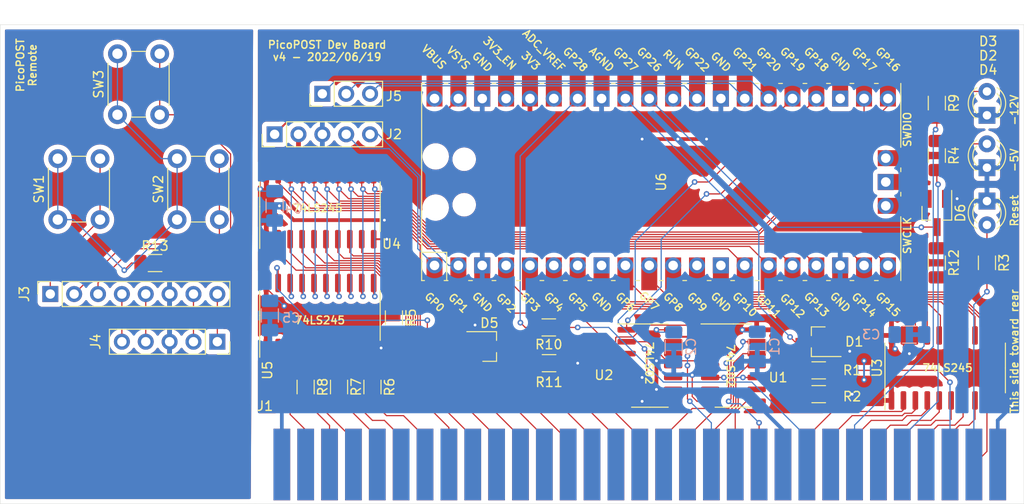
<source format=kicad_pcb>
(kicad_pcb (version 20211014) (generator pcbnew)
  (layers (0 "F.Cu" signal) (31 "B.Cu" signal) (34 "B.Paste" user) (35 "F.Paste" user) (36 "B.SilkS" user "B.Silkscreen") (37 "F.SilkS" user "F.Silkscreen") (38 "B.Mask" user) (39 "F.Mask" user) (44 "Edge.Cuts" user))
  (net 0 "")
  (net 1 "GND")
  (net 2 "+3V3")
  (net 3 "/+12Vmon")
  (net 4 "Net-(D2-Pad2)")
  (net 5 "Net-(D3-Pad2)")
  (net 6 "Net-(D4-Pad2)")
  (net 7 "/+5Vmon")
  (net 8 "/ISAreset")
  (net 9 "Net-(J1-Pad2)")
  (net 10 "Net-(J1-Pad3)")
  (net 12 "Net-(J1-Pad5)")
  (net 14 "Net-(J1-Pad7)")
  (net 16 "Net-(J1-Pad9)")
  (net 19 "/IOW")
  (net 38 "/BD7")
  (net 39 "/BD6")
  (net 40 "/BD5")
  (net 41 "/BD4")
  (net 42 "/BD3")
  (net 43 "/BD2")
  (net 44 "/BD1")
  (net 45 "/BD0")
  (net 47 "Net-(J1-Pad42)")
  (net 48 "Net-(J1-Pad43)")
  (net 49 "Net-(J1-Pad44)")
  (net 50 "Net-(J1-Pad45)")
  (net 51 "Net-(J1-Pad46)")
  (net 52 "/BA15")
  (net 53 "/BA14")
  (net 54 "/BA13")
  (net 55 "/BA12")
  (net 56 "/BA11")
  (net 57 "/BA10")
  (net 58 "/BA9")
  (net 59 "Net-(J1-Pad54)")
  (net 60 "/BA7")
  (net 61 "Net-(J1-Pad56)")
  (net 62 "/BA5")
  (net 63 "Net-(J1-Pad58)")
  (net 64 "/BA3")
  (net 65 "Net-(J1-Pad60)")
  (net 66 "/BA1")
  (net 67 "/BA0")
  (net 68 "+5V")
  (net 69 "/OLED_SDA")
  (net 70 "/OLED_SCL")
  (net 71 "Net-(J3-Pad1)")
  (net 72 "Net-(J3-Pad2)")
  (net 73 "Net-(J3-Pad3)")
  (net 74 "Net-(J3-Pad4)")
  (net 75 "Net-(J3-Pad5)")
  (net 76 "/remote_GND")
  (net 77 "Net-(J3-Pad7)")
  (net 78 "Net-(J3-Pad8)")
  (net 79 "Net-(J5-Pad1)")
  (net 80 "Net-(J5-Pad2)")
  (net 81 "Net-(J5-Pad3)")
  (net 82 "/BA8")
  (net 83 "/BA6")
  (net 84 "/BA4")
  (net 85 "/BA2")
  (net 86 "Net-(R13-Pad1)")
  (net 87 "Net-(U1-Pad1)")
  (net 88 "Net-(U1-Pad4)")
  (net 89 "Net-(U1-Pad10)")
  (net 90 "Net-(U1-Pad13)")
  (net 91 "/bus_ready")
  (net 92 "Net-(U2-Pad4)")
  (net 93 "/CE_Byte")
  (net 94 "/PD7")
  (net 95 "/PD6")
  (net 96 "/PD5")
  (net 97 "/PD4")
  (net 98 "/PD3")
  (net 99 "/PD2")
  (net 100 "/PD1")
  (net 101 "/PD0")
  (net 102 "/PA7")
  (net 103 "/PA6")
  (net 104 "/PA5")
  (net 105 "/PA4")
  (net 106 "/PA3")
  (net 107 "/PA2")
  (net 108 "/PA1")
  (net 109 "/PA0")
  (footprint "Connector_PinHeader_2.54mm:PinHeader_1x03_P2.54mm_Vertical" (layer "F.Cu") (at 113.03 108.966 90)
    (fp_text reference "J5")
    (fp_text value "Button Header")
  )
  (footprint "Connector_PinSocket_2.54mm:PinSocket_1x05_P2.54mm_Vertical" (layer "F.Cu") (at 101.854 135.382 -90)
    (fp_text reference "J4")
    (fp_text value "OLED here")
  )
  (footprint "Package_SO:SO-20_5.3x12.6mm_P1.27mm" (layer "F.Cu") (at 112.776 120.9975 90)
    (fp_text reference "U4")
    (fp_text value "74LVC245")
  )
  (footprint "Resistor_SMD:R_1206_3216Metric_Pad1.30x1.75mm_HandSolder" (layer "F.Cu") (at 165.862 140.97)
    (fp_text reference "R2")
    (fp_text value "47k")
  )
  (footprint "Resistor_SMD:R_1206_3216Metric_Pad1.30x1.75mm_HandSolder" (layer "F.Cu") (at 183.769 126.974 -90)
    (fp_text reference "R3")
    (fp_text value "330")
  )
  (footprint "Package_SO:SO-20_5.3x12.6mm_P1.27mm" (layer "F.Cu") (at 179.324 138.176 90)
    (fp_text reference "U3")
    (fp_text value "74LVC245")
  )
  (footprint "Resistor_SMD:R_1206_3216Metric_Pad1.30x1.75mm_HandSolder" (layer "F.Cu") (at 137.16 137.668)
    (fp_text reference "R11")
    (fp_text value "12k")
  )
  (footprint "Package_SO:SO-14_3.9x8.65mm_P1.27mm" (layer "F.Cu") (at 147.893 137.922)
    (fp_text reference "U2")
    (fp_text value "74LVC02")
  )
  (footprint "modified ICs:TO-236AB_diode" (layer "F.Cu") (at 130.81 135.89)
    (fp_text reference "D5")
    (fp_text value "3.3V")
  )
  (footprint "MCU_RaspberryPi_and_Boards:RPi_Pico_SMD_TH" (layer "F.Cu") (at 149.098 118.364 90)
    (fp_text reference "U6")
    (fp_text value "Pico")
  )
  (footprint "IDEcardedge:BUS_IDE8" (layer "F.Cu") (at 184.917 148.463)
    (fp_text reference "J1")
    (fp_text value "PCB_Finger_ISA_8bit")
  )
  (footprint "Resistor_SMD:R_1206_3216Metric_Pad1.30x1.75mm_HandSolder" (layer "F.Cu") (at 120.65 132.816 -90)
    (fp_text reference "R5")
    (fp_text value "1000")
  )
  (footprint "Resistor_SMD:R_1206_3216Metric_Pad1.30x1.75mm_HandSolder" (layer "F.Cu") (at 95.224 127)
    (fp_text reference "R13")
    (fp_text value "1000")
  )
  (footprint "Resistor_SMD:R_1206_3216Metric_Pad1.30x1.75mm_HandSolder" (layer "F.Cu") (at 137.134 133.858 180)
    (fp_text reference "R10")
    (fp_text value "47k")
  )
  (footprint "Resistor_SMD:R_1206_3216Metric_Pad1.30x1.75mm_HandSolder" (layer "F.Cu") (at 178.435 126.974 -90)
    (fp_text reference "R12")
    (fp_text value "1000")
  )
  (footprint "Button_Switch_THT:SW_PUSH_6mm_H5mm" (layer "F.Cu") (at 97.572 122.376 90)
    (fp_text reference "SW2")
    (fp_text value "Down")
  )
  (footprint "modified ICs:TO-236AB_diode" (layer "F.Cu") (at 165.838 135.382 180)
    (fp_text reference "D1")
    (fp_text value "3.3V")
  )
  (footprint "Button_Switch_THT:SW_PUSH_6mm_H5mm" (layer "F.Cu") (at 91.222 111.2 90)
    (fp_text reference "SW3")
    (fp_text value "Select/Menu")
  )
  (footprint "LED_THT:LED_D3.0mm" (layer "F.Cu") (at 183.769 116.84 90)
    (fp_text reference "D2")
    (fp_text value "green")
  )
  (footprint "Resistor_SMD:R_1206_3216Metric_Pad1.30x1.75mm_HandSolder" (layer "F.Cu") (at 178.435 109.956 -90)
    (fp_text reference "R9")
    (fp_text value "1000")
  )
  (footprint "Package_SO:SO-14_3.9x8.65mm_P1.27mm" (layer "F.Cu") (at 156.783 137.922)
    (fp_text reference "U1")
    (fp_text value "74LVC02")
  )
  (footprint "Resistor_SMD:R_1206_3216Metric_Pad1.30x1.75mm_HandSolder" (layer "F.Cu") (at 111.252 140.208 -90)
    (fp_text reference "R8")
    (fp_text value "1000")
  )
  (footprint "Resistor_SMD:R_1206_3216Metric_Pad1.30x1.75mm_HandSolder" (layer "F.Cu") (at 114.808 140.208 -90)
    (fp_text reference "R7")
    (fp_text value "1000")
  )
  (footprint "Connector_PinSocket_2.54mm:PinSocket_1x08_P2.54mm_Vertical" (layer "F.Cu") (at 84.074 130.302 90)
    (fp_text reference "J3")
    (fp_text value "remote header")
  )
  (footprint "Resistor_SMD:R_1206_3216Metric_Pad1.30x1.75mm_HandSolder" (layer "F.Cu") (at 118.364 140.208 -90)
    (fp_text reference "R6")
    (fp_text value "1000")
  )
  (footprint "LED_THT:LED_D3.0mm" (layer "F.Cu") (at 183.769 111.257 90)
    (fp_text reference "D3")
    (fp_text value "green")
  )
  (footprint "modified ICs:TO-236AB_diode" (layer "F.Cu") (at 178.435 121.666 -90)
    (fp_text reference "D6")
    (fp_text value "3.3V")
  )
  (footprint "Connector_PinHeader_2.54mm:PinHeader_1x05_P2.54mm_Vertical" (layer "F.Cu") (at 107.95 113.284 90)
    (fp_text reference "J2")
    (fp_text value "OLED Header")
  )
  (footprint "Resistor_SMD:R_1206_3216Metric_Pad1.30x1.75mm_HandSolder" (layer "F.Cu") (at 165.862 138.43 180)
    (fp_text reference "R1")
    (fp_text value "39k")
  )
  (footprint "Button_Switch_THT:SW_PUSH_6mm_H5mm" (layer "F.Cu") (at 84.872 122.376 90)
    (fp_text reference "SW1")
    (fp_text value "Up")
  )
  (footprint "LED_THT:LED_D3.0mm" (layer "F.Cu") (at 183.769 120.396 -90)
    (fp_text reference "D4")
    (fp_text value "red")
  )
  (footprint "Resistor_SMD:R_1206_3216Metric_Pad1.30x1.75mm_HandSolder" (layer "F.Cu") (at 178.435 115.544 -90)
    (fp_text reference "R4")
    (fp_text value "330")
  )
  (footprint "Package_SO:SO-20_5.3x12.6mm_P1.27mm" (layer "F.Cu") (at 112.776 132.588 90)
    (fp_text reference "U5")
    (fp_text value "74LVC245")
  )
  (footprint "Capacitor_SMD:C_1206_3216Metric_Pad1.33x1.80mm_HandSolder" (layer "B.Cu") (at 175.514 134.62 180)
    (fp_text reference "C3")
    (fp_text value "100n")
  )
  (footprint "Capacitor_SMD:C_1206_3216Metric_Pad1.33x1.80mm_HandSolder" (layer "B.Cu") (at 159.323 135.89 90)
    (fp_text reference "C1")
    (fp_text value "100n")
  )
  (footprint "Capacitor_SMD:C_1206_3216Metric_Pad1.33x1.80mm_HandSolder" (layer "B.Cu") (at 107.442 132.588 90)
    (fp_text reference "C5")
    (fp_text value "100n")
  )
  (footprint "Capacitor_SMD:C_1206_3216Metric_Pad1.33x1.80mm_HandSolder" (layer "B.Cu") (at 107.95 120.904 90)
    (fp_text reference "C4")
    (fp_text value "100n")
  )
  (footprint "Capacitor_SMD:C_1206_3216Metric_Pad1.33x1.80mm_HandSolder" (layer "B.Cu") (at 150.433 135.9285 90)
    (fp_text reference "C2")
    (fp_text value "100n")
  )
  (gr_line (start 78.74 101.6) (end 105.918 101.6) (layer "Edge.Cuts") (width 0.0381))
  (gr_line (start 78.74 152.654) (end 78.74 101.6) (layer "Edge.Cuts") (width 0.0381))
  (gr_line (start 105.918 101.6) (end 187.706 101.6) (layer "Edge.Cuts") (width 0.0381))
  (gr_line (start 187.706 101.6) (end 187.706 152.654) (layer "Edge.Cuts") (width 0.0381))
  (gr_line (start 187.706 152.654) (end 105.918 152.654) (layer "Edge.Cuts") (width 0.0381))
  (gr_line (start 105.918 152.654) (end 78.74 152.654) (layer "Edge.Cuts") (width 0.0381))
  (gr_text "74LS02" (at 156.464 137.922 270) (layer "F.SilkS") (effects (font (size 0.8128 0.8128) (thickness 0.1524))))
  (gr_text "74LS245" (at 179.578 138.176) (layer "F.SilkS") (effects (font (size 0.8128 0.8128) (thickness 0.1524))))
  (gr_text "This side toward rear" (at 186.69 136.398 90) (layer "F.SilkS") (effects (font (size 0.8128 0.8128) (thickness 0.1524))))
  (gr_text "PicoPOST\nRemote" (at 81.534 105.918 90) (layer "F.SilkS") (effects (font (size 0.8128 0.8128) (thickness 0.1524))))
  (gr_text "74LS245" (at 112.776 133.096) (layer "F.SilkS") (effects (font (size 0.8128 0.8128) (thickness 0.1524))))
  (gr_text "Reset    -5V    -12V" (at 186.69 116.078 90) (layer "F.SilkS") (effects (font (size 0.8128 0.8128) (thickness 0.1524))))
  (gr_text "PicoPOST Dev Board\nv4 - 2022/06/19" (at 113.538 104.394) (layer "F.SilkS") (effects (font (size 0.8128 0.8128) (thickness 0.1524))))
  (gr_text "74LS245" (at 112.522 121.158) (layer "F.SilkS") (effects (font (size 0.8128 0.8128) (thickness 0.1524))))
  (gr_text "74LS02" (at 147.828 137.668 270) (layer "F.SilkS") (effects (font (size 0.8128 0.8128) (thickness 0.1524))))
  (segment (start 129.31 134.94) (end 129.31 133.628) (width 0.127) (layer "F.Cu") (net 1))
  (segment (start 169.098 136.332) (end 169.164 136.398) (width 0.2) (layer "F.Cu") (net 1))
  (segment (start 152.4 138.938) (end 152.4 141.224) (width 0.127) (layer "F.Cu") (net 1))
  (segment (start 145.418 141.732) (end 147.066 141.732) (width 0.127) (layer "F.Cu") (net 1))
  (segment (start 185.039 141.6385) (end 185.8345 141.6385) (width 0.127) (layer "F.Cu") (net 1))
  (segment (start 153.924 113.792) (end 150.876 113.792) (width 0.4) (layer "F.Cu") (net 1))
  (segment (start 108.458 120.904) (end 109.982 122.428) (width 0.4) (layer "F.Cu") (net 1))
  (segment (start 179.385 120.166) (end 180.57 120.166) (width 0.127) (layer "F.Cu") (net 1))
  (segment (start 148.59 137.414) (end 148.59 140.462) (width 0.4) (layer "F.Cu") (net 1))
  (segment (start 152.4 141.224) (end 152.908 141.732) (width 0.127) (layer "F.Cu") (net 1))
  (segment (start 118.491 136.0505) (end 119.2865 136.0505) (width 0.127) (layer "F.Cu") (net 1))
  (segment (start 109.982 122.428) (end 119.634 122.428) (width 0.4) (layer "F.Cu") (net 1))
  (segment (start 180.594 120.142) (end 180.57 120.166) (width 0.127) (layer "F.Cu") (net 1))
  (segment (start 167.338 136.332) (end 169.098 136.332) (width 0.2) (layer "F.Cu") (net 1))
  (segment (start 147.066 113.792) (end 150.876 113.792) (width 0.4) (layer "F.Cu") (net 1))
  (segment (start 152.908 141.732) (end 154.308 141.732) (width 0.127) (layer "F.Cu") (net 1))
  (segment (start 174.879 136.017) (end 175.514 136.652) (width 0.127) (layer "F.Cu") (net 1))
  (segment (start 185.8345 141.6385) (end 186.436 142.24) (width 0.127) (layer "F.Cu") (net 1))
  (segment (start 118.491 124.46) (end 119.888 124.46) (width 0.2) (layer "F.Cu") (net 1))
  (segment (start 145.418 139.192) (end 147.066 139.192) (width 0.127) (layer "F.Cu") (net 1))
  (segment (start 138.71 137.668) (end 140.208 137.668) (width 0.127) (layer "F.Cu") (net 1))
  (segment (start 129.286 133.604) (end 129.31 133.628) (width 0.127) (layer "F.Cu") (net 1))
  (segment (start 174.879 134.7135) (end 174.879 136.017) (width 0.127) (layer "F.Cu") (net 1))
  (segment (start 167.412 140.97) (end 169.418 140.97) (width 0.2) (layer "F.Cu") (net 1))
  (via (at 186.436 142.24) (size 0.6) (drill 0.3) (layers "F.Cu" "B.Cu") (net 1))
  (via (at 169.164 136.398) (size 0.6) (drill 0.3) (layers "F.Cu" "B.Cu") (net 1))
  (via (at 119.888 124.46) (size 0.6) (drill 0.3) (layers "F.Cu" "B.Cu") (net 1))
  (via (at 147.066 141.732) (size 0.6) (drill 0.3) (layers "F.Cu" "B.Cu") (net 1))
  (via (at 129.286 133.604) (size 0.6) (drill 0.3) (layers "F.Cu" "B.Cu") (net 1))
  (via (at 147.066 113.792) (size 0.6) (drill 0.3) (layers "F.Cu" "B.Cu") (net 1))
  (via (at 140.208 137.668) (size 0.6) (drill 0.3) (layers "F.Cu" "B.Cu") (net 1))
  (via (at 169.418 140.97) (size 0.6) (drill 0.3) (layers "F.Cu" "B.Cu") (net 1))
  (via (at 148.59 137.414) (size 0.6) (drill 0.3) (layers "F.Cu" "B.Cu") (net 1))
  (via (at 152.4 138.938) (size 0.6) (drill 0.3) (layers "F.Cu" "B.Cu") (net 1))
  (via (at 175.514 136.652) (size 0.6) (drill 0.3) (layers "F.Cu" "B.Cu") (net 1))
  (via (at 147.066 139.192) (size 0.6) (drill 0.3) (layers "F.Cu" "B.Cu") (net 1))
  (via (at 108.458 120.904) (size 0.6) (drill 0.3) (layers "F.Cu" "B.Cu") (net 1))
  (via (at 119.2865 136.0505) (size 0.6) (drill 0.3) (layers "F.Cu" "B.Cu") (net 1))
  (via (at 150.876 113.792) (size 0.6) (drill 0.3) (layers "F.Cu" "B.Cu") (net 1))
  (via (at 180.594 120.142) (size 0.6) (drill 0.3) (layers "F.Cu" "B.Cu") (net 1))
  (via (at 153.924 113.792) (size 0.6) (drill 0.3) (layers "F.Cu" "B.Cu") (net 1))
  (via (at 148.59 140.462) (size 0.6) (drill 0.3) (layers "F.Cu" "B.Cu") (net 1))
  (via (at 119.634 122.428) (size 0.6) (drill 0.3) (layers "F.Cu" "B.Cu") (net 1))
  (segment (start 157.4415 137.4525) (end 156.464 138.43) (width 0.127) (layer "B.Cu") (net 1))
  (segment (start 176.784 136.144) (end 176.53 136.144) (width 0.127) (layer "B.Cu") (net 1))
  (segment (start 152.908 138.43) (end 152.4 138.938) (width 0.127) (layer "B.Cu") (net 1))
  (segment (start 176.53 136.144) (end 176.022 136.652) (width 0.127) (layer "B.Cu") (net 1))
  (segment (start 150.433 137.491) (end 149.021 137.491) (width 0.127) (layer "B.Cu") (net 1))
  (segment (start 176.022 136.652) (end 175.514 136.652) (width 0.127) (layer "B.Cu") (net 1))
  (segment (start 107.442 134.1505) (end 108.7505 134.1505) (width 0.127) (layer "B.Cu") (net 1))
  (segment (start 184.917 143.759) (end 186.436 142.24) (width 0.4) (layer "B.Cu") (net 1))
  (segment (start 108.717 148.463) (end 108.717 141.991) (width 0.4) (layer "B.Cu") (net 1))
  (segment (start 107.95 122.4665) (end 107.95 121.412) (width 0.127) (layer "B.Cu") (net 1))
  (segment (start 177.0765 135.8515) (end 176.784 136.144) (width 0.127) (layer "B.Cu") (net 1))
  (segment (start 184.917 148.463) (end 184.917 143.759) (width 0.4) (layer "B.Cu") (net 1))
  (segment (start 149.021 137.491) (end 148.944 137.414) (width 0.127) (layer "B.Cu") (net 1))
  (segment (start 156.464 138.43) (end 152.908 138.43) (width 0.127) (layer "B.Cu") (net 1))
  (segment (start 108.7505 134.1505) (end 108.966 134.366) (width 0.127) (layer "B.Cu") (net 1))
  (segment (start 162.057 148.463) (end 162.057 144.785) (width 0.4) (layer "B.Cu") (net 1))
  (segment (start 107.95 121.412) (end 108.458 120.904) (width 0.127) (layer "B.Cu") (net 1))
  (segment (start 177.0765 134.62) (end 177.0765 135.8515) (width 0.127) (layer "B.Cu") (net 1))
  (segment (start 159.323 137.4525) (end 157.4415 137.4525) (width 0.127) (layer "B.Cu") (net 1))
  (segment (start 148.944 137.414) (end 148.59 137.414) (width 0.127) (layer "B.Cu") (net 1))
  (segment (start 162.057 144.785) (end 159.766 142.494) (width 0.4) (layer "B.Cu") (net 1))
  (segment (start 107.061 129.667) (end 107.061 129.1255) (width 0.127) (layer "F.Cu") (net 2))
  (segment (start 107.696 122.428) (end 107.696 120.396) (width 0.4) (layer "F.Cu") (net 2))
  (segment (start 173.609 135.763) (end 173.609 134.7135) (width 0.127) (layer "F.Cu") (net 2))
  (segment (start 151.11148 134.85548) (end 156.99052 134.85548) (width 0.2) (layer "F.Cu") (net 2))
  (segment (start 150.368 134.112) (end 151.11148 134.85548) (width 0.2) (layer "F.Cu") (net 2))
  (segment (start 107.696 120.396) (end 106.426 119.126) (width 0.4) (layer "F.Cu") (net 2))
  (segment (start 173.99 136.144) (end 173.609 135.763) (width 0.127) (layer "F.Cu") (net 2))
  (segment (start 156.99052 134.85548) (end 157.734 134.112) (width 0.2) (layer "F.Cu") (net 2))
  (segment (start 106.426 118.17) (end 107.061 117.535) (width 0.127) (layer "F.Cu") (net 2))
  (segment (start 148.59 134.112) (end 150.368 134.112) (width 0.127) (layer "F.Cu") (net 2))
  (segment (start 108.966 131.572) (end 107.061 129.667) (width 0.127) (layer "F.Cu") (net 2))
  (segment (start 107.061 123.063) (end 107.696 122.428) (width 0.4) (layer "F.Cu") (net 2))
  (segment (start 107.061 124.46) (end 107.061 123.063) (width 0.4) (layer "F.Cu") (net 2))
  (segment (start 106.426 119.126) (end 106.426 118.17) (width 0.127) (layer "F.Cu") (net 2))
  (via (at 108.966 131.572) (size 0.6) (drill 0.3) (layers "F.Cu" "B.Cu") (net 2))
  (via (at 170.688 137.414) (size 0.6) (drill 0.3) (layers "F.Cu" "B.Cu") (net 2))
  (via (at 157.734 134.112) (size 0.6) (drill 0.3) (layers "F.Cu" "B.Cu") (net 2))
  (via (at 173.99 136.144) (size 0.6) (drill 0.3) (layers "F.Cu" "B.Cu") (net 2))
  (via (at 148.59 134.112) (size 0.6) (drill 0.3) (layers "F.Cu" "B.Cu") (net 2))
  (via (at 170.688 139.446) (size 0.6) (drill 0.3) (layers "F.Cu" "B.Cu") (net 2))
  (via (at 106.426 119.126) (size 0.6) (drill 0.3) (layers "F.Cu" "B.Cu") (net 2))
  (segment (start 173.9515 136.1055) (end 173.99 136.144) (width 0.127) (layer "B.Cu") (net 2))
  (segment (start 150.433 134.366) (end 148.844 134.366) (width 0.127) (layer "B.Cu") (net 2))
  (segment (start 159.323 134.3275) (end 157.9495 134.3275) (width 0.127) (layer "B.Cu") (net 2))
  (segment (start 108.4195 131.0255) (end 108.966 131.572) (width 0.127) (layer "B.Cu") (net 2))
  (segment (start 107.442 131.0255) (end 108.4195 131.0255) (width 0.127) (layer "B.Cu") (net 2))
  (segment (start 173.9515 134.62) (end 173.9515 136.1055) (width 0.127) (layer "B.Cu") (net 2))
  (segment (start 106.6415 119.3415) (end 106.426 119.126) (width 0.127) (layer "B.Cu") (net 2))
  (segment (start 170.688 137.414) (end 170.688 139.446) (width 0.2) (layer "B.Cu") (net 2))
  (segment (start 107.95 119.3415) (end 106.6415 119.3415) (width 0.127) (layer "B.Cu") (net 2))
  (segment (start 148.844 134.366) (end 148.59 134.112) (width 0.127) (layer "B.Cu") (net 2))
  (segment (start 157.9495 134.3275) (end 157.734 134.112) (width 0.127) (layer "B.Cu") (net 2))
  (segment (start 135.584 133.858) (end 135.584 135.688) (width 0.127) (layer "F.Cu") (net 3))
  (segment (start 135.584 133.858) (end 134.62 133.858) (width 0.127) (layer "F.Cu") (net 3))
  (segment (start 135.584 135.688) (end 135.584 137.642) (width 0.127) (layer "F.Cu") (net 3))
  (segment (start 134.62 133.858) (end 134.112 133.35) (width 0.127) (layer "F.Cu") (net 3))
  (segment (start 135.584 137.642) (end 135.61 137.668) (width 0.127) (layer "F.Cu") (net 3))
  (segment (start 135.382 135.89) (end 135.584 135.688) (width 0.127) (layer "F.Cu") (net 3))
  (segment (start 132.31 135.89) (end 135.382 135.89) (width 0.127) (layer "F.Cu") (net 3))
  (via (at 134.112 133.35) (size 0.6) (drill 0.3) (layers "F.Cu" "B.Cu") (net 3))
  (segment (start 134.112 133.35) (end 134.087989 133.325989) (width 0.127) (layer "B.Cu") (net 3))
  (segment (start 134.087989 133.325989) (end 134.087989 115.594011) (width 0.127) (layer "B.Cu") (net 3))
  (segment (start 134.087989 115.594011) (end 140.208 109.474) (width 0.127) (layer "B.Cu") (net 3))
  (segment (start 178.741 114.3) (end 183.769 114.3) (width 0.127) (layer "F.Cu") (net 4))
  (segment (start 178.435 113.994) (end 178.741 114.3) (width 0.127) (layer "F.Cu") (net 4))
  (segment (start 178.435 108.406) (end 178.746 108.717) (width 0.127) (layer "F.Cu") (net 5))
  (segment (start 178.746 108.717) (end 183.769 108.717) (width 0.127) (layer "F.Cu") (net 5))
  (segment (start 183.769 125.424) (end 183.769 122.936) (width 0.127) (layer "F.Cu") (net 6))
  (segment (start 164.338 135.382) (end 163.322 135.382) (width 0.127) (layer "F.Cu") (net 7))
  (segment (start 163.322 135.382) (end 162.814 134.874) (width 0.127) (layer "F.Cu") (net 7))
  (segment (start 164.312 140.97) (end 164.312 138.43) (width 0.127) (layer "F.Cu") (net 7))
  (segment (start 164.312 138.43) (end 164.338 138.404) (width 0.127) (layer "F.Cu") (net 7))
  (segment (start 164.338 138.404) (end 164.338 135.382) (width 0.127) (layer "F.Cu") (net 7))
  (via (at 162.814 134.874) (size 0.6) (drill 0.3) (layers "F.Cu" "B.Cu") (net 7))
  (segment (start 162.814 134.874) (end 159.487989 131.547989) (width 0.127) (layer "B.Cu") (net 7))
  (segment (start 159.487989 123.673989) (end 145.288 109.474) (width 0.127) (layer "B.Cu") (net 7))
  (segment (start 159.487989 131.547989) (end 159.487989 123.673989) (width 0.127) (layer "B.Cu") (net 7))
  (segment (start 178.435 125.424) (end 178.435 123.166) (width 0.127) (layer "F.Cu") (net 8))
  (segment (start 178.435 123.166) (end 176.808 123.166) (width 0.127) (layer "F.Cu") (net 8))
  (segment (start 176.784 123.19) (end 176.808 123.166) (width 0.127) (layer "F.Cu") (net 8))
  (via (at 176.784 123.19) (size 0.6) (drill 0.3) (layers "F.Cu" "B.Cu") (net 8))
  (segment (start 161.544 123.19) (end 147.828 109.474) (width 0.127) (layer "B.Cu") (net 8))
  (segment (start 176.784 123.19) (end 161.544 123.19) (width 0.127) (layer "B.Cu") (net 8))
  (segment (start 183.769 128.524) (end 178.435 128.524) (width 0.127) (layer "F.Cu") (net 9))
  (segment (start 183.769 130.048) (end 183.769 128.524) (width 0.127) (layer "F.Cu") (net 9))
  (via (at 183.769 130.048) (size 0.6) (drill 0.3) (layers "F.Cu" "B.Cu") (net 9))
  (segment (start 182.372 131.445) (end 182.372 133.848) (width 0.127) (layer "B.Cu") (net 9))
  (segment (start 182.372 133.848) (end 182.377 133.853) (width 0.127) (layer "B.Cu") (net 9))
  (segment (start 182.377 148.463) (end 182.377 133.853) (width 0.127) (layer "B.Cu") (net 9))
  (segment (start 183.769 130.048) (end 182.372 131.445) (width 0.127) (layer "B.Cu") (net 9))
  (segment (start 178.562 138.43) (end 167.412 138.43) (width 0.127) (layer "F.Cu") (net 10))
  (segment (start 179.832 139.7) (end 178.562 138.43) (width 0.127) (layer "F.Cu") (net 10))
  (via (at 179.832 139.7) (size 0.6) (drill 0.3) (layers "F.Cu" "B.Cu") (net 10))
  (segment (start 179.837 139.705) (end 179.832 139.7) (width 0.127) (layer "B.Cu") (net 10))
  (segment (start 179.837 148.463) (end 179.837 139.705) (width 0.127) (layer "B.Cu") (net 10))
  (segment (start 178.435 118.491) (end 178.562 118.618) (width 0.127) (layer "F.Cu") (net 12))
  (segment (start 178.435 117.094) (end 178.435 118.491) (width 0.127) (layer "F.Cu") (net 12))
  (via (at 178.562 118.618) (size 0.6) (drill 0.3) (layers "F.Cu" "B.Cu") (net 12))
  (segment (start 174.757 148.463) (end 174.757 145.543) (width 0.127) (layer "B.Cu") (net 12))
  (segment (start 174.757 145.543) (end 178.562 141.738) (width 0.127) (layer "B.Cu") (net 12))
  (segment (start 178.562 141.738) (end 178.562 118.618) (width 0.127) (layer "B.Cu") (net 12))
  (segment (start 178.435 111.506) (end 178.435 112.649) (width 0.127) (layer "F.Cu") (net 14))
  (segment (start 178.435 112.649) (end 178.308 112.776) (width 0.127) (layer "F.Cu") (net 14))
  (via (at 178.308 112.776) (size 0.6) (drill 0.3) (layers "F.Cu" "B.Cu") (net 14))
  (segment (start 178.054 135.89) (end 178.054 113.03) (width 0.127) (layer "B.Cu") (net 14))
  (segment (start 169.677 148.463) (end 169.677 144.267) (width 0.127) (layer "B.Cu") (net 14))
  (segment (start 169.677 144.267) (end 178.054 135.89) (width 0.127) (layer "B.Cu") (net 14))
  (segment (start 178.054 113.03) (end 178.308 112.776) (width 0.127) (layer "B.Cu") (net 14))
  (segment (start 140.208 133.858) (end 138.684 133.858) (width 0.127) (layer "F.Cu") (net 16))
  (via (at 140.208 133.858) (size 0.6) (drill 0.3) (layers "F.Cu" "B.Cu") (net 16))
  (segment (start 164.597 145.543) (end 158.736011 139.682011) (width 0.127) (layer "B.Cu") (net 16))
  (segment (start 143.51 133.858) (end 140.208 133.858) (width 0.127) (layer "B.Cu") (net 16))
  (segment (start 149.334011 139.682011) (end 143.51 133.858) (width 0.127) (layer "B.Cu") (net 16))
  (segment (start 158.736011 139.682011) (end 149.334011 139.682011) (width 0.127) (layer "B.Cu") (net 16))
  (segment (start 164.597 148.463) (end 164.597 145.543) (width 0.127) (layer "B.Cu") (net 16))
  (segment (start 151.892 141.478) (end 152.146 141.732) (width 0.127) (layer "F.Cu") (net 19))
  (segment (start 153.416 135.382) (end 151.892 136.906) (width 0.127) (layer "F.Cu") (net 19))
  (segment (start 154.308 135.382) (end 153.416 135.382) (width 0.127) (layer "F.Cu") (net 19))
  (segment (start 151.892 137.922) (end 151.892 141.478) (width 0.127) (layer "F.Cu") (net 19))
  (via (at 151.892 136.906) (size 0.6) (drill 0.3) (layers "F.Cu" "B.Cu") (net 19))
  (via (at 151.892 137.922) (size 0.6) (drill 0.3) (layers "F.Cu" "B.Cu") (net 19))
  (via (at 152.146 141.732) (size 0.6) (drill 0.3) (layers "F.Cu" "B.Cu") (net 19))
  (segment (start 154.437 144.023) (end 154.437 148.463) (width 0.127) (layer "B.Cu") (net 19))
  (segment (start 151.892 136.906) (end 151.892 137.922) (width 0.127) (layer "B.Cu") (net 19))
  (segment (start 152.146 141.732) (end 154.437 144.023) (width 0.127) (layer "B.Cu") (net 19))
  (segment (start 182.377 148.463) (end 183.769 147.071) (width 0.127) (layer "F.Cu") (net 38))
  (segment (start 183.769 147.071) (end 183.769 141.6385) (width 0.127) (layer "F.Cu") (net 38))
  (segment (start 179.837 148.463) (end 179.837 145.283) (width 0.127) (layer "F.Cu") (net 39))
  (segment (start 182.499 143.637) (end 182.499 141.6385) (width 0.127) (layer "F.Cu") (net 39))
  (segment (start 180.848 144.272) (end 181.864 144.272) (width 0.127) (layer "F.Cu") (net 39))
  (segment (start 179.837 145.283) (end 180.848 144.272) (width 0.127) (layer "F.Cu") (net 39))
  (segment (start 181.864 144.272) (end 182.499 143.637) (width 0.127) (layer "F.Cu") (net 39))
  (segment (start 180.34 144.272) (end 181.229 143.383) (width 0.127) (layer "F.Cu") (net 40))
  (segment (start 181.229 143.383) (end 181.229 141.6385) (width 0.127) (layer "F.Cu") (net 40))
  (segment (start 178.568 144.272) (end 180.34 144.272) (width 0.127) (layer "F.Cu") (net 40))
  (segment (start 177.297 148.463) (end 177.297 145.543) (width 0.127) (layer "F.Cu") (net 40))
  (segment (start 177.297 145.543) (end 178.568 144.272) (width 0.127) (layer "F.Cu") (net 40))
  (segment (start 177.8 144.272) (end 178.308 143.764) (width 0.127) (layer "F.Cu") (net 41))
  (segment (start 178.308 143.764) (end 179.832 143.764) (width 0.127) (layer "F.Cu") (net 41))
  (segment (start 174.757 145.543) (end 176.028 144.272) (width 0.127) (layer "F.Cu") (net 41))
  (segment (start 174.757 148.463) (end 174.757 145.543) (width 0.127) (layer "F.Cu") (net 41))
  (segment (start 179.959 143.637) (end 179.959 141.6385) (width 0.127) (layer "F.Cu") (net 41))
  (segment (start 176.028 144.272) (end 177.8 144.272) (width 0.127) (layer "F.Cu") (net 41))
  (segment (start 179.832 143.764) (end 179.959 143.637) (width 0.127) (layer "F.Cu") (net 41))
  (segment (start 172.217 148.463) (end 172.217 145.543) (width 0.127) (layer "F.Cu") (net 42))
  (segment (start 172.217 145.543) (end 173.488 144.272) (width 0.127) (layer "F.Cu") (net 42))
  (segment (start 175.26 144.272) (end 175.768 143.764) (width 0.127) (layer "F.Cu") (net 42))
  (segment (start 178.689 142.875) (end 178.689 141.6385) (width 0.127) (layer "F.Cu") (net 42))
  (segment (start 173.488 144.272) (end 175.26 144.272) (width 0.127) (layer "F.Cu") (net 42))
  (segment (start 175.768 143.764) (end 177.8 143.764) (width 0.127) (layer "F.Cu") (net 42))
  (segment (start 177.8 143.764) (end 178.689 142.875) (width 0.127) (layer "F.Cu") (net 42))
  (segment (start 171.456 143.764) (end 174.752 143.764) (width 0.127) (layer "F.Cu") (net 43))
  (segment (start 177.419 142.621) (end 177.419 141.6385) (width 0.127) (layer "F.Cu") (net 43))
  (segment (start 174.752 143.764) (end 175.26 143.256) (width 0.127) (layer "F.Cu") (net 43))
  (segment (start 175.26 143.256) (end 176.784 143.256) (width 0.127) (layer "F.Cu") (net 43))
  (segment (start 169.677 145.543) (end 171.456 143.764) (width 0.127) (layer "F.Cu") (net 43))
  (segment (start 169.677 148.463) (end 169.677 145.543) (width 0.127) (layer "F.Cu") (net 43))
  (segment (start 176.784 143.256) (end 177.419 142.621) (width 0.127) (layer "F.Cu") (net 43))
  (segment (start 167.137 148.463) (end 167.137 145.543) (width 0.127) (layer "F.Cu") (net 44))
  (segment (start 169.424 143.256) (end 174.752 143.256) (width 0.127) (layer "F.Cu") (net 44))
  (segment (start 175.00552 143.00248) (end 175.768 143.00248) (width 0.127) (layer "F.Cu") (net 44))
  (segment (start 176.149 142.62148) (end 176.149 141.6385) (width 0.127) (layer "F.Cu") (net 44))
  (segment (start 167.137 145.543) (end 169.424 143.256) (width 0.127) (layer "F.Cu") (net 44))
  (segment (start 175.768 143.00248) (end 176.149 142.62148) (width 0.127) (layer "F.Cu") (net 44))
  (segment (start 174.752 143.256) (end 175.00552 143.00248) (width 0.127) (layer "F.Cu") (net 44))
  (segment (start 164.597 145.543) (end 167.32398 142.81602) (width 0.127) (layer "F.Cu") (net 45))
  (segment (start 174.68398 142.81602) (end 174.879 142.621) (width 0.127) (layer "F.Cu") (net 45))
  (segment (start 174.879 142.621) (end 174.879 141.6385) (width 0.127) (layer "F.Cu") (net 45))
  (segment (start 164.597 148.463) (end 164.597 145.543) (width 0.127) (layer "F.Cu") (net 45))
  (segment (start 167.32398 142.81602) (end 174.68398 142.81602) (width 0.127) (layer "F.Cu") (net 45))
  (segment (start 159.517 144.023) (end 159.512 144.018) (width 0.127) (layer "F.Cu") (net 47))
  (segment (start 156.529 141.478) (end 156.529 137.16) (width 0.127) (layer "F.Cu") (net 47))
  (segment (start 156.529 137.16) (end 156.021 136.652) (width 0.127) (layer "F.Cu") (net 47))
  (segment (start 156.021 136.652) (end 154.308 136.652) (width 0.127) (layer "F.Cu") (net 47))
  (segment (start 156.275 141.732) (end 156.529 141.478) (width 0.127) (layer "F.Cu") (net 47))
  (segment (start 159.517 148.463) (end 159.517 144.023) (width 0.127) (layer "F.Cu") (net 47))
  (via (at 159.512 144.018) (size 0.6) (drill 0.3) (layers "F.Cu" "B.Cu") (net 47))
  (via (at 156.275 141.732) (size 0.6) (drill 0.3) (layers "F.Cu" "B.Cu") (net 47))
  (segment (start 156.529 141.986) (end 157.48 141.986) (width 0.127) (layer "B.Cu") (net 47))
  (segment (start 156.529 141.986) (end 156.275 141.732) (width 0.127) (layer "B.Cu") (net 47))
  (segment (start 157.48 141.986) (end 159.512 144.018) (width 0.127) (layer "B.Cu") (net 47))
  (segment (start 158.157531 141.732) (end 156.977 142.912531) (width 0.127) (layer "F.Cu") (net 48))
  (segment (start 156.977 142.912531) (end 156.977 148.463) (width 0.127) (layer "F.Cu") (net 48))
  (segment (start 158.157531 141.732) (end 159.258 141.732) (width 0.127) (layer "F.Cu") (net 48))
  (segment (start 159.258 140.462) (end 157.545 140.462) (width 0.127) (layer "F.Cu") (net 49))
  (segment (start 157.291 140.716) (end 157.291 142.24) (width 0.127) (layer "F.Cu") (net 49))
  (segment (start 157.545 140.462) (end 157.291 140.716) (width 0.127) (layer "F.Cu") (net 49))
  (segment (start 154.437 145.094) (end 154.437 148.463) (width 0.127) (layer "F.Cu") (net 49))
  (segment (start 157.291 142.24) (end 154.437 145.094) (width 0.127) (layer "F.Cu") (net 49))
  (segment (start 157.037 139.95714) (end 157.037 139.192) (width 0.127) (layer "F.Cu") (net 50))
  (segment (start 157.03652 142.091011) (end 157.03652 139.95762) (width 0.127) (layer "F.Cu") (net 50))
  (segment (start 156.380012 142.74752) (end 154.69248 142.74752) (width 0.127) (layer "F.Cu") (net 50))
  (segment (start 158.307 137.922) (end 159.258 137.922) (width 0.127) (layer "F.Cu") (net 50))
  (segment (start 154.69248 142.74752) (end 151.897 145.543) (width 0.127) (layer "F.Cu") (net 50))
  (segment (start 151.897 145.543) (end 151.897 148.463) (width 0.127) (layer "F.Cu") (net 50))
  (segment (start 156.380012 142.74752) (end 157.03652 142.091011) (width 0.127) (layer "F.Cu") (net 50))
  (segment (start 157.03652 139.95762) (end 157.037 139.95714) (width 0.127) (layer "F.Cu") (net 50))
  (segment (start 157.037 139.192) (end 158.307 137.922) (width 0.127) (layer "F.Cu") (net 50))
  (segment (start 156.783 137.668) (end 157.799 136.652) (width 0.127) (layer "F.Cu") (net 51))
  (segment (start 156.275 142.494) (end 152.406 142.494) (width 0.127) (layer "F.Cu") (net 51))
  (segment (start 157.799 136.652) (end 159.258 136.652) (width 0.127) (layer "F.Cu") (net 51))
  (segment (start 149.357 148.463) (end 149.357 145.543) (width 0.127) (layer "F.Cu") (net 51))
  (segment (start 156.275 142.494) (end 156.783 141.986) (width 0.127) (layer "F.Cu") (net 51))
  (segment (start 152.406 142.494) (end 149.357 145.543) (width 0.127) (layer "F.Cu") (net 51))
  (segment (start 156.783 141.986) (end 156.783 137.668) (width 0.127) (layer "F.Cu") (net 51))
  (segment (start 141.99 140.716) (end 146.817 145.543) (width 0.127) (layer "F.Cu") (net 52))
  (segment (start 126.103192 140.716) (end 141.99 140.716) (width 0.127) (layer "F.Cu") (net 52))
  (segment (start 123.444 130.092938) (end 123.444 138.056808) (width 0.127) (layer "F.Cu") (net 52))
  (segment (start 117.348 125.984) (end 119.335062 125.984) (width 0.127) (layer "F.Cu") (net 52))
  (segment (start 117.221 124.46) (end 117.221 125.857) (width 0.127) (layer "F.Cu") (net 52))
  (segment (start 146.817 145.543) (end 146.817 148.463) (width 0.127) (layer "F.Cu") (net 52))
  (segment (start 123.444 138.056808) (end 126.103192 140.716) (width 0.127) (layer "F.Cu") (net 52))
  (segment (start 119.335062 125.984) (end 123.444 130.092938) (width 0.127) (layer "F.Cu") (net 52))
  (segment (start 117.221 125.857) (end 117.348 125.984) (width 0.127) (layer "F.Cu") (net 52))
  (segment (start 119.230531 126.238) (end 116.332 126.238) (width 0.127) (layer "F.Cu") (net 53))
  (segment (start 116.332 126.238) (end 115.951 125.857) (width 0.127) (layer "F.Cu") (net 53))
  (segment (start 139.704 140.97) (end 125.99866 140.97) (width 0.127) (layer "F.Cu") (net 53))
  (segment (start 123.18904 138.16038) (end 123.18904 130.196509) (width 0.127) (layer "F.Cu") (net 53))
  (segment (start 144.277 148.463) (end 144.277 145.543) (width 0.127) (layer "F.Cu") (net 53))
  (segment (start 123.18904 130.196509) (end 119.230531 126.238) (width 0.127) (layer "F.Cu") (net 53))
  (segment (start 115.951 125.857) (end 115.951 124.46) (width 0.127) (layer "F.Cu") (net 53))
  (segment (start 144.277 145.543) (end 139.704 140.97) (width 0.127) (layer "F.Cu") (net 53))
  (segment (start 125.99866 140.97) (end 123.18904 138.16038) (width 0.127) (layer "F.Cu") (net 53))
  (segment (start 122.93552 138.265392) (end 122.93552 130.30152) (width 0.127) (layer "F.Cu") (net 54))
  (segment (start 141.737 148.463) (end 141.737 145.543) (width 0.127) (layer "F.Cu") (net 54))
  (segment (start 119.126 126.492) (end 115.316 126.492) (width 0.127) (layer "F.Cu") (net 54))
  (segment (start 114.681 125.857) (end 114.681 124.46) (width 0.127) (layer "F.Cu") (net 54))
  (segment (start 137.41896 141.22496) (end 125.895088 141.22496) (width 0.127) (layer "F.Cu") (net 54))
  (segment (start 122.93552 130.30152) (end 119.126 126.492) (width 0.127) (layer "F.Cu") (net 54))
  (segment (start 125.895088 141.22496) (end 122.93552 138.265392) (width 0.127) (layer "F.Cu") (net 54))
  (segment (start 141.737 145.543) (end 137.41896 141.22496) (width 0.127) (layer "F.Cu") (net 54))
  (segment (start 115.316 126.492) (end 114.681 125.857) (width 0.127) (layer "F.Cu") (net 54))
  (segment (start 114.30048 126.74648) (end 119.014466 126.74648) (width 0.127) (layer "F.Cu") (net 55))
  (segment (start 122.682 138.370404) (end 125.790076 141.47848) (width 0.127) (layer "F.Cu") (net 55))
  (segment (start 119.014466 126.74648) (end 122.682 130.414014) (width 0.127) (layer "F.Cu") (net 55))
  (segment (start 113.411 124.46) (end 113.411 125.857) (width 0.127) (layer "F.Cu") (net 55))
  (segment (start 125.790076 141.47848) (end 134.752502 141.47848) (width 0.127) (layer "F.Cu") (net 55))
  (segment (start 134.752502 141.47848) (end 139.197 145.922978) (width 0.127) (layer "F.Cu") (net 55))
  (segment (start 139.197 145.922978) (end 139.197 148.463) (width 0.127) (layer "F.Cu") (net 55))
  (segment (start 122.682 130.414014) (end 122.682 138.370404) (width 0.127) (layer "F.Cu") (net 55))
  (segment (start 113.411 125.857) (end 114.30048 126.74648) (width 0.127) (layer "F.Cu") (net 55))
  (segment (start 122.42704 138.473976) (end 122.42704 130.517586) (width 0.127) (layer "F.Cu") (net 56))
  (segment (start 114.04408 127) (end 114.04504 127.00096) (width 0.127) (layer "F.Cu") (net 56))
  (segment (start 113.284 127) (end 114.04408 127) (width 0.127) (layer "F.Cu") (net 56))
  (segment (start 122.42704 130.517586) (end 118.909454 127) (width 0.127) (layer "F.Cu") (net 56))
  (segment (start 132.846 141.732) (end 125.685064 141.732) (width 0.127) (layer "F.Cu") (net 56))
  (segment (start 114.48168 127.00096) (end 114.04504 127.00096) (width 0.127) (layer "F.Cu") (net 56))
  (segment (start 118.909454 127) (end 114.48264 127) (width 0.127) (layer "F.Cu") (net 56))
  (segment (start 125.685064 141.732) (end 122.42704 138.473976) (width 0.127) (layer "F.Cu") (net 56))
  (segment (start 136.657 145.543) (end 132.846 141.732) (width 0.127) (layer "F.Cu") (net 56))
  (segment (start 112.141 124.46) (end 112.141 125.857) (width 0.127) (layer "F.Cu") (net 56))
  (segment (start 136.657 148.463) (end 136.657 145.543) (width 0.127) (layer "F.Cu") (net 56))
  (segment (start 112.141 125.857) (end 113.284 127) (width 0.127) (layer "F.Cu") (net 56))
  (segment (start 114.48264 127) (end 114.48168 127.00096) (width 0.127) (layer "F.Cu") (net 56))
  (segment (start 110.871 124.46) (end 110.871 125.857) (width 0.127) (layer "F.Cu") (net 57))
  (segment (start 122.17352 138.578988) (end 125.581012 141.98648) (width 0.127) (layer "F.Cu") (net 57))
  (segment (start 113.46664 127.254) (end 113.46712 127.25448) (width 0.127) (layer "F.Cu") (net 57))
  (segment (start 122.17352 130.622598) (end 122.17352 138.578988) (width 0.127) (layer "F.Cu") (net 57))
  (segment (start 113.02952 127.25448) (end 113.03 127.254) (width 0.127) (layer "F.Cu") (net 57))
  (segment (start 113.03 127.254) (end 113.46664 127.254) (width 0.127) (layer "F.Cu") (net 57))
  (segment (start 118.804923 127.254) (end 122.17352 130.622598) (width 0.127) (layer "F.Cu") (net 57))
  (segment (start 113.46712 127.25448) (end 117.09352 127.25448) (width 0.127) (layer "F.Cu") (net 57))
  (segment (start 117.09352 127.25448) (end 117.094 127.254) (width 0.127) (layer "F.Cu") (net 57))
  (segment (start 130.56048 141.98648) (end 134.117 145.543) (width 0.127) (layer "F.Cu") (net 57))
  (segment (start 117.094 127.254) (end 118.804923 127.254) (width 0.127) (layer "F.Cu") (net 57))
  (segment (start 112.26848 127.25448) (end 113.02952 127.25448) (width 0.127) (layer "F.Cu") (net 57))
  (segment (start 110.871 125.857) (end 112.26848 127.25448) (width 0.127) (layer "F.Cu") (net 57))
  (segment (start 125.581012 141.98648) (end 130.56048 141.98648) (width 0.127) (layer "F.Cu") (net 57))
  (segment (start 134.117 145.543) (end 134.117 148.463) (width 0.127) (layer "F.Cu") (net 57))
  (segment (start 131.577 145.543) (end 128.274 142.24) (width 0.127) (layer "F.Cu") (net 58))
  (segment (start 109.601 125.857) (end 109.601 124.46) (width 0.127) (layer "F.Cu") (net 58))
  (segment (start 125.476 142.24) (end 121.92 138.684) (width 0.127) (layer "F.Cu") (net 58))
  (segment (start 121.92 130.727609) (end 118.700392 127.508) (width 0.127) (layer "F.Cu") (net 58))
  (segment (start 121.92 138.684) (end 121.92 130.727609) (width 0.127) (layer "F.Cu") (net 58))
  (segment (start 118.700392 127.508) (end 111.252 127.508) (width 0.127) (layer "F.Cu") (net 58))
  (segment (start 131.577 148.463) (end 131.577 145.543) (width 0.127) (layer "F.Cu") (net 58))
  (segment (start 128.274 142.24) (end 125.476 142.24) (width 0.127) (layer "F.Cu") (net 58))
  (segment (start 111.252 127.508) (end 109.601 125.857) (width 0.127) (layer "F.Cu") (net 58))
  (segment (start 123.19 142.494) (end 120.65 139.954) (width 0.127) (layer "F.Cu") (net 59))
  (segment (start 129.037 145.543) (end 129.037 148.463) (width 0.127) (layer "F.Cu") (net 59))
  (segment (start 125.988 142.494) (end 129.037 145.543) (width 0.127) (layer "F.Cu") (net 59))
  (segment (start 120.65 139.954) (end 120.65 134.366) (width 0.127) (layer "F.Cu") (net 59))
  (segment (start 125.988 142.494) (end 123.19 142.494) (width 0.127) (layer "F.Cu") (net 59))
  (segment (start 119.19402 137.22802) (end 117.41602 137.22802) (width 0.127) (layer "F.Cu") (net 60))
  (segment (start 117.221 137.033) (end 117.221 136.0505) (width 0.127) (layer "F.Cu") (net 60))
  (segment (start 126.497 144.526) (end 124.719 142.748) (width 0.127) (layer "F.Cu") (net 60))
  (segment (start 117.41602 137.22802) (end 117.221 137.033) (width 0.127) (layer "F.Cu") (net 60))
  (segment (start 120.904 142.748) (end 119.634 141.478) (width 0.127) (layer "F.Cu") (net 60))
  (segment (start 124.719 142.748) (end 120.904 142.748) (width 0.127) (layer "F.Cu") (net 60))
  (segment (start 119.634 141.478) (end 119.634 137.668) (width 0.127) (layer "F.Cu") (net 60))
  (segment (start 126.497 148.463) (end 126.497 144.526) (width 0.127) (layer "F.Cu") (net 60))
  (segment (start 119.634 137.668) (end 119.19402 137.22802) (width 0.127) (layer "F.Cu") (net 60))
  (segment (start 121.67 143.256) (end 119.862 143.256) (width 0.127) (layer "F.Cu") (net 61))
  (segment (start 119.862 143.256) (end 118.364 141.758) (width 0.127) (layer "F.Cu") (net 61))
  (segment (start 123.957 148.463) (end 123.957 145.543) (width 0.127) (layer "F.Cu") (net 61))
  (segment (start 123.957 145.543) (end 121.67 143.256) (width 0.127) (layer "F.Cu") (net 61))
  (segment (start 119.638 143.764) (end 118.364 143.764) (width 0.127) (layer "F.Cu") (net 62))
  (segment (start 116.332 137.89986) (end 114.681 136.24886) (width 0.127) (layer "F.Cu") (net 62))
  (segment (start 114.681 136.24886) (end 114.681 136.0505) (width 0.127) (layer "F.Cu") (net 62))
  (segment (start 121.417 148.463) (end 121.417 145.543) (width 0.127) (layer "F.Cu") (net 62))
  (segment (start 116.332 141.732) (end 116.332 137.89986) (width 0.127) (layer "F.Cu") (net 62))
  (segment (start 121.417 145.543) (end 119.638 143.764) (width 0.127) (layer "F.Cu") (net 62))
  (segment (start 118.364 143.764) (end 116.332 141.732) (width 0.127) (layer "F.Cu") (net 62))
  (segment (start 118.877 145.543) (end 115.092 141.758) (width 0.127) (layer "F.Cu") (net 63))
  (segment (start 115.092 141.758) (end 114.808 141.758) (width 0.127) (layer "F.Cu") (net 63))
  (segment (start 118.877 148.463) (end 118.877 145.543) (width 0.127) (layer "F.Cu") (net 63))
  (segment (start 112.776 142.24) (end 112.776 137.668) (width 0.127) (layer "F.Cu") (net 64))
  (segment (start 112.141 137.033) (end 112.141 136.0505) (width 0.127) (layer "F.Cu") (net 64))
  (segment (start 116.337 148.463) (end 116.337 145.801) (width 0.127) (layer "F.Cu") (net 64))
  (segment (start 116.337 145.801) (end 112.776 142.24) (width 0.127) (layer "F.Cu") (net 64))
  (segment (start 112.776 137.668) (end 112.141 137.033) (width 0.127) (layer "F.Cu") (net 64))
  (segment (start 113.797 148.463) (end 113.797 144.303) (width 0.127) (layer "F.Cu") (net 65))
  (segment (start 113.797 144.303) (end 111.252 141.758) (width 0.127) (layer "F.Cu") (net 65))
  (segment (start 111.257 148.463) (end 111.257 144.785) (width 0.127) (layer "F.Cu") (net 66))
  (segment (start 111.257 144.785) (end 109.601 143.129) (width 0.127) (layer "F.Cu") (net 66))
  (segment (start 109.601 143.129) (end 109.601 136.0505) (width 0.127) (layer "F.Cu") (net 66))
  (segment (start 108.717 136.4365) (end 108.331 136.0505) (width 0.127) (layer "F.Cu") (net 67))
  (segment (start 108.717 148.463) (end 108.717 136.4365) (width 0.127) (layer "F.Cu") (net 67))
  (segment (start 125.73 111.252) (end 109.982 111.252) (width 0.2) (layer "F.Cu") (net 68))
  (segment (start 127.508 109.474) (end 125.73 111.252) (width 0.2) (layer "F.Cu") (net 68))
  (segment (start 109.982 111.252) (end 107.95 113.284) (width 0.2) (layer "F.Cu") (net 68))
  (segment (start 123.19 125.476) (end 123.19 117.856) (width 0.127) (layer "B.Cu") (net 69))
  (segment (start 124.968 127.254) (end 123.19 125.476) (width 0.127) (layer "B.Cu") (net 69))
  (segment (start 117.094 114.808) (end 115.57 113.284) (width 0.127) (layer "B.Cu") (net 69))
  (segment (start 123.19 117.856) (end 120.142 114.808) (width 0.127) (layer "B.Cu") (net 69))
  (segment (start 120.142 114.808) (end 117.094 114.808) (width 0.127) (layer "B.Cu") (net 69))
  (segment (start 119.008472 113.284) (end 118.11 113.284) (width 0.127) (layer "B.Cu") (net 70))
  (segment (start 126.492 127.254) (end 123.44352 124.20552) (width 0.127) (layer "B.Cu") (net 70))
  (segment (start 123.44352 124.20552) (end 123.44352 117.750989) (width 0.127) (layer "B.Cu") (net 70))
  (segment (start 127.508 127.254) (end 126.492 127.254) (width 0.127) (layer "B.Cu") (net 70))
  (segment (start 123.44352 117.750989) (end 118.976531 113.284) (width 0.127) (layer "B.Cu") (net 70))
  (segment (start 118.976531 113.284) (end 118.11 113.284) (width 0.127) (layer "B.Cu") (net 70))
  (segment (start 89.372 122.376) (end 89.372 115.876) (width 0.127) (layer "F.Cu") (net 71))
  (segment (start 84.074 127.674) (end 89.372 122.376) (width 0.127) (layer "F.Cu") (net 71))
  (segment (start 84.074 130.302) (end 84.074 127.674) (width 0.127) (layer "F.Cu") (net 71))
  (segment (start 91.948 124.968) (end 101.346 124.968) (width 0.127) (layer "F.Cu") (net 72))
  (segment (start 102.072 124.242) (end 102.072 122.376) (width 0.127) (layer "F.Cu") (net 72))
  (segment (start 102.072 122.376) (end 102.072 115.876) (width 0.127) (layer "F.Cu") (net 72))
  (segment (start 86.614 130.302) (end 91.948 124.968) (width 0.127) (layer "F.Cu") (net 72))
  (segment (start 101.346 124.968) (end 102.072 124.242) (width 0.127) (layer "F.Cu") (net 72))
  (segment (start 103.124 125.476) (end 103.262011 125.337989) (width 0.127) (layer "F.Cu") (net 73))
  (segment (start 89.154 129.099919) (end 92.777919 125.476) (width 0.127) (layer "F.Cu") (net 73))
  (segment (start 103.262011 115.38308) (end 99.078931 111.2) (width 0.127) (layer "F.Cu") (net 73))
  (segment (start 92.777919 125.476) (end 103.124 125.476) (width 0.127) (layer "F.Cu") (net 73))
  (segment (start 89.154 130.302) (end 89.154 129.099919) (width 0.127) (layer "F.Cu") (net 73))
  (segment (start 99.078931 111.2) (end 95.722 111.2) (width 0.127) (layer "F.Cu") (net 73))
  (segment (start 103.262011 125.337989) (end 103.262011 115.38308) (width 0.127) (layer "F.Cu") (net 73))
  (segment (start 95.722 111.2) (end 95.722 104.7) (width 0.127) (layer "F.Cu") (net 73))
  (segment (start 91.694 130.302) (end 91.694 135.382) (width 0.127) (layer "F.Cu") (net 74))
  (segment (start 94.234 130.302) (end 94.234 135.382) (width 0.127) (layer "F.Cu") (net 75))
  (segment (start 96.774 130.302) (end 96.774 135.382) (width 0.127) (layer "F.Cu") (net 76))
  (segment (start 96.774 130.302) (end 96.774 127) (width 0.127) (layer "F.Cu") (net 76))
  (segment (start 99.314 130.302) (end 99.314 135.382) (width 0.127) (layer "F.Cu") (net 77))
  (segment (start 101.854 130.302) (end 101.854 135.382) (width 0.127) (layer "F.Cu") (net 78))
  (segment (start 114.38704 107.60896) (end 158.66296 107.60896) (width 0.127) (layer "B.Cu") (net 79))
  (segment (start 158.66296 107.60896) (end 160.528 109.474) (width 0.127) (layer "B.Cu") (net 79))
  (segment (start 113.03 108.966) (end 114.38704 107.60896) (width 0.127) (layer "B.Cu") (net 79))
  (segment (start 156.37648 107.86248) (end 157.988 109.474) (width 0.127) (layer "B.Cu") (net 80))
  (segment (start 116.67352 107.86248) (end 156.37648 107.86248) (width 0.127) (layer "B.Cu") (net 80))
  (segment (start 115.57 108.966) (end 116.67352 107.86248) (width 0.127) (layer "B.Cu") (net 80))
  (segment (start 118.11 108.966) (end 118.96 108.116) (width 0.127) (layer "B.Cu") (net 81))
  (segment (start 118.96 108.116) (end 151.55 108.116) (width 0.127) (layer "B.Cu") (net 81))
  (segment (start 151.55 108.116) (end 152.908 109.474) (width 0.127) (layer "B.Cu") (net 81))
  (segment (start 108.331 124.46) (end 108.331 125.857) (width 0.127) (layer "F.Cu") (net 82))
  (segment (start 120.65 129.81614) (end 118.59586 127.762) (width 0.127) (layer "F.Cu") (net 82))
  (segment (start 108.331 125.857) (end 110.236 127.762) (width 0.127) (layer "F.Cu") (net 82))
  (segment (start 120.65 131.266) (end 120.65 129.81614) (width 0.127) (layer "F.Cu") (net 82))
  (segment (start 118.59586 127.762) (end 110.236 127.762) (width 0.127) (layer "F.Cu") (net 82))
  (segment (start 118.36014 138.658) (end 115.951 136.24886) (width 0.127) (layer "F.Cu") (net 83))
  (segment (start 115.951 136.24886) (end 115.951 136.0505) (width 0.127) (layer "F.Cu") (net 83))
  (segment (start 118.364 138.658) (end 118.36014 138.658) (width 0.127) (layer "F.Cu") (net 83))
  (segment (start 113.411 137.261) (end 113.411 136.0505) (width 0.127) (layer "F.Cu") (net 84))
  (segment (start 114.808 138.658) (end 113.411 137.261) (width 0.127) (layer "F.Cu") (net 84))
  (segment (start 110.744 136.1775) (end 110.871 136.0505) (width 0.127) (layer "F.Cu") (net 85))
  (segment (start 110.744 137.16) (end 110.744 136.1775) (width 0.127) (layer "F.Cu") (net 85))
  (segment (start 111.252 138.658) (end 111.252 137.668) (width 0.127) (layer "F.Cu") (net 85))
  (segment (start 111.252 137.668) (end 110.744 137.16) (width 0.127) (layer "F.Cu") (net 85))
  (segment (start 93.674 127) (end 92.71 127) (width 0.127) (layer "F.Cu") (net 86))
  (segment (start 92.71 127) (end 91.948 127.762) (width 0.127) (layer "F.Cu") (net 86))
  (via (at 91.948 127.762) (size 0.6) (drill 0.3) (layers "F.Cu" "B.Cu") (net 86))
  (segment (start 84.872 122.376) (end 84.872 115.876) (width 0.127) (layer "B.Cu") (net 86))
  (segment (start 97.572 122.376) (end 97.572 115.876) (width 0.127) (layer "B.Cu") (net 86))
  (segment (start 92.186 127.762) (end 97.572 122.376) (width 0.127) (layer "B.Cu") (net 86))
  (segment (start 91.948 127.762) (end 92.186 127.762) (width 0.127) (layer "B.Cu") (net 86))
  (segment (start 97.572 115.876) (end 95.898 115.876) (width 0.127) (layer "B.Cu") (net 86))
  (segment (start 86.562 122.376) (end 84.872 122.376) (width 0.127) (layer "B.Cu") (net 86))
  (segment (start 95.898 115.876) (end 91.222 111.2) (width 0.127) (layer "B.Cu") (net 86))
  (segment (start 91.948 127.762) (end 86.562 122.376) (width 0.127) (layer "B.Cu") (net 86))
  (segment (start 91.222 111.2) (end 91.222 104.7) (width 0.127) (layer "B.Cu") (net 86))
  (segment (start 154.308 134.112) (end 153.81798 133.62198) (width 0.127) (layer "F.Cu") (net 87))
  (segment (start 147.38186 133.604) (end 146.11186 134.874) (width 0.127) (layer "F.Cu") (net 87))
  (segment (start 153.81798 133.62198) (end 149.68898 133.62198) (width 0.127) (layer "F.Cu") (net 87))
  (segment (start 144.337 134.874) (end 144.25298 134.95802) (width 0.127) (layer "F.Cu") (net 87))
  (segment (start 149.68898 133.62198) (end 149.671 133.604) (width 0.127) (layer "F.Cu") (net 87))
  (segment (start 144.25298 136.56798) (end 144.337 136.652) (width 0.127) (layer "F.Cu") (net 87))
  (segment (start 146.11186 134.874) (end 144.337 134.874) (width 0.127) (layer "F.Cu") (net 87))
  (segment (start 144.337 136.652) (end 145.418 136.652) (width 0.127) (layer "F.Cu") (net 87))
  (segment (start 149.671 133.604) (end 147.38186 133.604) (width 0.127) (layer "F.Cu") (net 87))
  (segment (start 144.25298 134.95802) (end 144.25298 136.56798) (width 0.127) (layer "F.Cu") (net 87))
  (segment (start 153.8 137.414) (end 154.308 137.922) (width 0.127) (layer "F.Cu") (net 88))
  (segment (start 149.67414 137.414) (end 153.8 137.414) (width 0.127) (layer "F.Cu") (net 88))
  (segment (start 145.418 135.382) (end 147.64214 135.382) (width 0.127) (layer "F.Cu") (net 88))
  (segment (start 147.64214 135.382) (end 149.67414 137.414) (width 0.127) (layer "F.Cu") (net 88))
  (segment (start 159.258 139.192) (end 157.799 139.192) (width 0.127) (layer "F.Cu") (net 89))
  (segment (start 154.308 139.192) (end 155.767 139.192) (width 0.127) (layer "F.Cu") (net 89))
  (via (at 155.767 139.192) (size 0.6) (drill 0.3) (layers "F.Cu" "B.Cu") (net 89))
  (via (at 157.799 139.192) (size 0.6) (drill 0.3) (layers "F.Cu" "B.Cu") (net 89))
  (segment (start 155.767 139.192) (end 157.799 139.192) (width 0.127) (layer "B.Cu") (net 89))
  (segment (start 159.258 135.382) (end 157.799 135.382) (width 0.127) (layer "F.Cu") (net 90))
  (segment (start 156.021 140.462) (end 156.275 140.208) (width 0.127) (layer "F.Cu") (net 90))
  (segment (start 156.275 140.208) (end 156.275 137.922) (width 0.127) (layer "F.Cu") (net 90))
  (segment (start 154.308 140.462) (end 156.021 140.462) (width 0.127) (layer "F.Cu") (net 90))
  (segment (start 156.275 137.922) (end 156.021 137.668) (width 0.127) (layer "F.Cu") (net 90))
  (via (at 156.021 137.668) (size 0.6) (drill 0.3) (layers "F.Cu" "B.Cu") (net 90))
  (via (at 157.799 135.382) (size 0.6) (drill 0.3) (layers "F.Cu" "B.Cu") (net 90))
  (segment (start 156.021 137.668) (end 157.799 135.89) (width 0.127) (layer "B.Cu") (net 90))
  (segment (start 157.799 135.89) (end 157.799 135.382) (width 0.127) (layer "B.Cu") (net 90))
  (segment (start 153.924 119.634) (end 155.448 119.634) (width 0.127) (layer "F.Cu") (net 91))
  (segment (start 155.448 119.634) (end 165.608 109.474) (width 0.127) (layer "F.Cu") (net 91))
  (segment (start 145.418 134.112) (end 145.418 133.22) (width 0.127) (layer "F.Cu") (net 91))
  (segment (start 145.418 133.22) (end 145.542 133.096) (width 0.127) (layer "F.Cu") (net 91))
  (via (at 145.542 133.096) (size 0.6) (drill 0.3) (layers "F.Cu" "B.Cu") (net 91))
  (via (at 153.924 119.634) (size 0.6) (drill 0.3) (layers "F.Cu" "B.Cu") (net 91))
  (segment (start 149.098 129.54) (end 149.098 124.46) (width 0.127) (layer "B.Cu") (net 91))
  (segment (start 145.542 133.096) (end 149.098 129.54) (width 0.127) (layer "B.Cu") (net 91))
  (segment (start 149.098 124.46) (end 153.924 119.634) (width 0.127) (layer "B.Cu") (net 91))
  (segment (start 111.321019 121.412) (end 119.783468 121.412) (width 0.127) (layer "F.Cu") (net 92))
  (segment (start 143.256 135.382) (end 143.256 137.414) (width 0.127) (layer "F.Cu") (net 92))
  (segment (start 119.783468 121.412) (end 123.444 125.072532) (width 0.127) (layer "F.Cu") (net 92))
  (segment (start 143.256 137.414) (end 143.764 137.922) (width 0.127) (layer "F.Cu") (net 92))
  (segment (start 143.764 137.922) (end 145.418 137.922) (width 0.127) (layer "F.Cu") (net 92))
  (segment (start 126.167978 132.334) (end 140.208 132.334) (width 0.127) (layer "F.Cu") (net 92))
  (segment (start 108.331 118.421981) (end 111.321019 121.412) (width 0.127) (layer "F.Cu") (net 92))
  (segment (start 123.444 129.610022) (end 126.167978 132.334) (width 0.127) (layer "F.Cu") (net 92))
  (segment (start 140.208 132.334) (end 143.256 135.382) (width 0.127) (layer "F.Cu") (net 92))
  (segment (start 123.444 125.072532) (end 123.444 129.610022) (width 0.127) (layer "F.Cu") (net 92))
  (segment (start 108.331 117.535) (end 108.331 118.421981) (width 0.127) (layer "F.Cu") (net 92))
  (segment (start 145.418 140.462) (end 146.488981 140.462) (width 0.127) (layer "F.Cu") (net 93))
  (segment (start 147.556011 136.380011) (end 147.32 136.144) (width 0.127) (layer "F.Cu") (net 93))
  (segment (start 145.418 140.462) (end 126.238 140.462) (width 0.127) (layer "F.Cu") (net 93))
  (segment (start 146.488981 140.462) (end 147.556011 139.39497) (width 0.127) (layer "F.Cu") (net 93))
  (segment (start 108.331 127.635) (end 108.331 129.1255) (width 0.127) (layer "F.Cu") (net 93))
  (segment (start 152.654 118.364) (end 154.178 118.364) (width 0.127) (layer "F.Cu") (net 93))
  (segment (start 154.178 118.364) (end 163.068 109.474) (width 0.127) (layer "F.Cu") (net 93))
  (segment (start 126.238 140.462) (end 124.206 138.43) (width 0.127) (layer "F.Cu") (net 93))
  (segment (start 124.206 138.43) (end 124.206 133.096) (width 0.127) (layer "F.Cu") (net 93))
  (segment (start 108.204 127.508) (end 108.331 127.635) (width 0.127) (layer "F.Cu") (net 93))
  (segment (start 147.556011 139.39497) (end 147.556011 136.380011) (width 0.127) (layer "F.Cu") (net 93))
  (via (at 124.206 133.096) (size 0.6) (drill 0.3) (layers "F.Cu" "B.Cu") (net 93))
  (via (at 147.32 136.144) (size 0.6) (drill 0.3) (layers "F.Cu" "B.Cu") (net 93))
  (via (at 152.654 118.364) (size 0.6) (drill 0.3) (layers "F.Cu" "B.Cu") (net 93))
  (via (at 108.204 127.508) (size 0.6) (drill 0.3) (layers "F.Cu" "B.Cu") (net 93))
  (segment (start 146.328011 124.689989) (end 152.654 118.364) (width 0.127) (layer "B.Cu") (net 93))
  (segment (start 144.526 133.35) (end 144.526 133.096) (width 0.127) (layer "B.Cu") (net 93))
  (segment (start 144.526 133.096) (end 146.328011 131.293989) (width 0.127) (layer "B.Cu") (net 93))
  (segment (start 111.575019 133.096) (end 108.204 129.724981) (width 0.127) (layer "B.Cu") (net 93))
  (segment (start 124.206 133.096) (end 111.575019 133.096) (width 0.127) (layer "B.Cu") (net 93))
  (segment (start 147.32 136.144) (end 144.526 133.35) (width 0.127) (layer "B.Cu") (net 93))
  (segment (start 108.204 129.724981) (end 108.204 127.508) (width 0.127) (layer "B.Cu") (net 93))
  (segment (start 146.328011 131.293989) (end 146.328011 124.689989) (width 0.127) (layer "B.Cu") (net 93))
  (segment (start 152.908 129.794) (end 153.208011 130.094011) (width 0.127) (layer "F.Cu") (net 94))
  (segment (start 153.208011 130.094011) (end 180.617871 130.094011) (width 0.127) (layer "F.Cu") (net 94))
  (segment (start 152.908 127.254) (end 152.908 129.794) (width 0.127) (layer "F.Cu") (net 94))
  (segment (start 185.039 134.51514) (end 185.039 134.7135) (width 0.127) (layer "F.Cu") (net 94))
  (segment (start 180.617871 130.094011) (end 185.039 134.51514) (width 0.127) (layer "F.Cu") (net 94))
  (segment (start 183.769 134.7135) (end 183.769 133.603672) (width 0.127) (layer "F.Cu") (net 95))
  (segment (start 150.368 128.594022) (end 150.368 127.254) (width 0.127) (layer "F.Cu") (net 95))
  (segment (start 152.139314 130.365336) (end 150.368 128.594022) (width 0.127) (layer "F.Cu") (net 95))
  (segment (start 183.769 133.603672) (end 180.530664 130.365336) (width 0.127) (layer "F.Cu") (net 95))
  (segment (start 180.530664 130.365336) (end 152.139314 130.365336) (width 0.127) (layer "F.Cu") (net 95))
  (segment (start 180.402856 130.618856) (end 149.852834 130.618856) (width 0.127) (layer "F.Cu") (net 96))
  (segment (start 182.499 132.715) (end 180.402856 130.618856) (width 0.127) (layer "F.Cu") (net 96))
  (segment (start 147.828 128.594022) (end 147.828 127.254) (width 0.127) (layer "F.Cu") (net 96))
  (segment (start 149.852834 130.618856) (end 147.828 128.594022) (width 0.127) (layer "F.Cu") (net 96))
  (segment (start 182.499 134.7135) (end 182.499 132.715) (width 0.127) (layer "F.Cu") (net 96))
  (segment (start 181.229 134.7135) (end 181.229 131.953) (width 0.127) (layer "F.Cu") (net 97))
  (segment (start 181.229 131.953) (end 180.148376 130.872376) (width 0.127) (layer "F.Cu") (net 97))
  (segment (start 180.148376 130.872376) (end 147.566354 130.872376) (width 0.127) (layer "F.Cu") (net 97))
  (segment (start 147.566354 130.872376) (end 145.288 128.594022) (width 0.127) (layer "F.Cu") (net 97))
  (segment (start 145.288 128.594022) (end 145.288 127.254) (width 0.127) (layer "F.Cu") (net 97))
  (segment (start 178.877896 131.125896) (end 142.739874 131.125896) (width 0.127) (layer "F.Cu") (net 98))
  (segment (start 179.959 134.7135) (end 179.959 132.207) (width 0.127) (layer "F.Cu") (net 98))
  (segment (start 142.739874 131.125896) (end 140.208 128.594022) (width 0.127) (layer "F.Cu") (net 98))
  (segment (start 179.959 132.207) (end 178.877896 131.125896) (width 0.127) (layer "F.Cu") (net 98))
  (segment (start 140.208 128.594022) (end 140.208 127.254) (width 0.127) (layer "F.Cu") (net 98))
  (segment (start 178.816 132.588) (end 177.607416 131.379416) (width 0.127) (layer "F.Cu") (net 99))
  (segment (start 177.607416 131.379416) (end 140.453394 131.379416) (width 0.127) (layer "F.Cu") (net 99))
  (segment (start 140.453394 131.379416) (end 137.668 128.594022) (width 0.127) (layer "F.Cu") (net 99))
  (segment (start 178.816 134.5865) (end 178.816 132.588) (width 0.127) (layer "F.Cu") (net 99))
  (segment (start 178.689 134.7135) (end 178.816 134.5865) (width 0.127) (layer "F.Cu") (net 99))
  (segment (start 137.668 128.594022) (end 137.668 127.254) (width 0.127) (layer "F.Cu") (net 99))
  (segment (start 138.166914 131.632936) (end 135.128 128.594022) (width 0.127) (layer "F.Cu") (net 100))
  (segment (start 135.128 128.594022) (end 135.128 127.254) (width 0.127) (layer "F.Cu") (net 100))
  (segment (start 177.419 132.207) (end 176.844936 131.632936) (width 0.127) (layer "F.Cu") (net 100))
  (segment (start 177.419 134.7135) (end 177.419 132.207) (width 0.127) (layer "F.Cu") (net 100))
  (segment (start 176.844936 131.632936) (end 138.166914 131.632936) (width 0.127) (layer "F.Cu") (net 100))
  (segment (start 135.880434 131.886456) (end 132.588 128.594022) (width 0.127) (layer "F.Cu") (net 101))
  (segment (start 175.574456 131.886456) (end 135.880434 131.886456) (width 0.127) (layer "F.Cu") (net 101))
  (segment (start 132.588 128.594022) (end 132.588 127.254) (width 0.127) (layer "F.Cu") (net 101))
  (segment (start 176.149 134.7135) (end 176.149 132.461) (width 0.127) (layer "F.Cu") (net 101))
  (segment (start 176.149 132.461) (end 175.574456 131.886456) (width 0.127) (layer "F.Cu") (net 101))
  (segment (start 120.647149 119.362491) (end 124.984579 123.69992) (width 0.127) (layer "F.Cu") (net 102))
  (segment (start 159.406988 123.69992) (end 170.688 112.418908) (width 0.127) (layer "F.Cu") (net 102))
  (segment (start 118.491 118.999) (end 118.618 119.126) (width 0.127) (layer "F.Cu") (net 102))
  (segment (start 118.618 119.126) (end 118.854491 119.362491) (width 0.127) (layer "F.Cu") (net 102))
  (segment (start 118.491 129.1255) (end 118.491 130.429) (width 0.127) (layer "F.Cu") (net 102))
  (segment (start 124.984579 123.69992) (end 159.406988 123.69992) (width 0.127) (layer "F.Cu") (net 102))
  (segment (start 170.688 112.418908) (end 170.688 109.474) (width 0.127) (layer "F.Cu") (net 102))
  (segment (start 118.854491 119.362491) (end 120.647149 119.362491) (width 0.127) (layer "F.Cu") (net 102))
  (segment (start 118.491 117.535) (end 118.491 118.999) (width 0.127) (layer "F.Cu") (net 102))
  (segment (start 118.491 130.429) (end 118.618 130.556) (width 0.127) (layer "F.Cu") (net 102))
  (via (at 118.618 130.556) (size 0.6) (drill 0.3) (layers "F.Cu" "B.Cu") (net 102))
  (via (at 118.618 119.126) (size 0.6) (drill 0.3) (layers "F.Cu" "B.Cu") (net 102))
  (segment (start 118.618 119.126) (end 118.618 130.556) (width 0.127) (layer "B.Cu") (net 102))
  (segment (start 117.221 118.999) (end 117.348 119.126) (width 0.127) (layer "F.Cu") (net 103))
  (segment (start 120.542139 119.616011) (end 120.605064 119.678936) (width 0.127) (layer "F.Cu") (net 103))
  (segment (start 120.542138 119.616011) (end 120.605064 119.678936) (width 0.127) (layer "F.Cu") (net 103))
  (segment (start 117.221 129.1255) (end 117.221 130.429) (width 0.127) (layer "F.Cu") (net 103))
  (segment (start 159.512 123.95344) (end 173.228 110.23744) (width 0.127) (layer "F.Cu") (net 103))
  (segment (start 117.221 130.429) (end 117.348 130.556) (width 0.127) (layer "F.Cu") (net 103))
  (segment (start 117.838011 119.616011) (end 120.542139 119.616011) (width 0.127) (layer "F.Cu") (net 103))
  (segment (start 117.221 117.535) (end 117.221 118.999) (width 0.127) (layer "F.Cu") (net 103))
  (segment (start 124.879568 123.95344) (end 159.512 123.95344) (width 0.127) (layer "F.Cu") (net 103))
  (segment (start 173.228 110.23744) (end 173.228 109.474) (width 0.127) (layer "F.Cu") (net 103))
  (segment (start 120.605064 119.678936) (end 124.879568 123.95344) (width 0.127) (layer "F.Cu") (net 103))
  (segment (start 117.348 119.126) (end 117.838011 119.616011) (width 0.127) (layer "F.Cu") (net 103))
  (via (at 117.348 119.126) (size 0.6) (drill 0.3) (layers "F.Cu" "B.Cu") (net 103))
  (via (at 117.348 130.556) (size 0.6) (drill 0.3) (layers "F.Cu" "B.Cu") (net 103))
  (segment (start 117.348 119.126) (end 117.348 130.556) (width 0.127) (layer "B.Cu") (net 103))
  (segment (start 170.18 124.206) (end 173.228 127.254) (width 0.127) (layer "F.Cu") (net 104))
  (segment (start 120.456076 119.88848) (end 120.679798 120.112202) (width 0.127) (layer "F.Cu") (net 104))
  (segment (start 124.774556 124.20696) (end 165.60704 124.20696) (width 0.127) (layer "F.Cu") (net 104))
  (segment (start 165.608 124.206) (end 170.18 124.206) (width 0.127) (layer "F.Cu") (net 104))
  (segment (start 116.078 119.126) (end 116.84048 119.88848) (width 0.127) (layer "F.Cu") (net 104))
  (segment (start 116.078 119.126) (end 115.951 118.999) (width 0.127) (layer "F.Cu") (net 104))
  (segment (start 116.078 130.556) (end 115.951 130.429) (width 0.127) (layer "F.Cu") (net 104))
  (segment (start 120.679798 120.112202) (end 124.774556 124.20696) (width 0.127) (layer "F.Cu") (net 104))
  (segment (start 115.951 117.535) (end 115.951 118.999) (width 0.127) (layer "F.Cu") (net 104))
  (segment (start 120.456075 119.88848) (end 120.679798 120.112202) (width 0.127) (layer "F.Cu") (net 104))
  (segment (start 115.951 129.1255) (end 115.951 130.429) (width 0.127) (layer "F.Cu") (net 104))
  (segment (start 116.84048 119.88848) (end 120.456076 119.88848) (width 0.127) (layer "F.Cu") (net 104))
  (segment (start 165.60704 124.20696) (end 165.608 124.206) (width 0.127) (layer "F.Cu") (net 104))
  (via (at 116.078 119.126) (size 0.6) (drill 0.3) (layers "F.Cu" "B.Cu") (net 104))
  (via (at 116.078 130.556) (size 0.6) (drill 0.3) (layers "F.Cu" "B.Cu") (net 104))
  (segment (start 116.078 119.126) (end 116.078 130.556) (width 0.127) (layer "B.Cu") (net 104))
  (segment (start 114.681 118.999) (end 114.808 119.126) (width 0.127) (layer "F.Cu") (net 105))
  (segment (start 120.351064 120.142) (end 124.669544 124.46048) (width 0.127) (layer "F.Cu") (net 105))
  (segment (start 114.681 130.429) (end 114.808 130.556) (width 0.127) (layer "F.Cu") (net 105))
  (segment (start 114.681 117.535) (end 114.681 118.999) (width 0.127) (layer "F.Cu") (net 105))
  (segment (start 115.824 120.142) (end 120.351064 120.142) (width 0.127) (layer "F.Cu") (net 105))
  (segment (start 124.669544 124.46048) (end 167.89448 124.46048) (width 0.127) (layer "F.Cu") (net 105))
  (segment (start 167.89448 124.46048) (end 170.688 127.254) (width 0.127) (layer "F.Cu") (net 105))
  (segment (start 114.808 119.126) (end 115.824 120.142) (width 0.127) (layer "F.Cu") (net 105))
  (segment (start 114.681 129.1255) (end 114.681 130.429) (width 0.127) (layer "F.Cu") (net 105))
  (via (at 114.808 119.126) (size 0.6) (drill 0.3) (layers "F.Cu" "B.Cu") (net 105))
  (via (at 114.808 130.556) (size 0.6) (drill 0.3) (layers "F.Cu" "B.Cu") (net 105))
  (segment (start 114.808 119.126) (end 114.808 130.556) (width 0.127) (layer "B.Cu") (net 105))
  (segment (start 113.411 118.999) (end 113.538 119.126) (width 0.127) (layer "F.Cu") (net 106))
  (segment (start 163.068 124.714) (end 165.608 127.254) (width 0.127) (layer "F.Cu") (net 106))
  (segment (start 120.246532 120.396) (end 124.564532 124.714) (width 0.127) (layer "F.Cu") (net 106))
  (segment (start 114.808 120.396) (end 120.246532 120.396) (width 0.127) (layer "F.Cu") (net 106))
  (segment (start 113.538 119.126) (end 114.808 120.396) (width 0.127) (layer "F.Cu") (net 106))
  (segment (start 113.411 129.1255) (end 113.411 130.429) (width 0.127) (layer "F.Cu") (net 106))
  (segment (start 113.411 130.429) (end 113.538 130.556) (width 0.127) (layer "F.Cu") (net 106))
  (segment (start 124.564532 124.714) (end 163.068 124.714) (width 0.127) (layer "F.Cu") (net 106))
  (segment (start 113.411 117.535) (end 113.411 118.999) (width 0.127) (layer "F.Cu") (net 106))
  (via (at 113.538 119.126) (size 0.6) (drill 0.3) (layers "F.Cu" "B.Cu") (net 106))
  (via (at 113.538 130.556) (size 0.6) (drill 0.3) (layers "F.Cu" "B.Cu") (net 106))
  (segment (start 113.538 119.126) (end 113.538 130.556) (width 0.127) (layer "B.Cu") (net 106))
  (segment (start 112.141 129.1255) (end 112.141 130.429) (width 0.127) (layer "F.Cu") (net 107))
  (segment (start 112.141 117.535) (end 112.141 118.999) (width 0.127) (layer "F.Cu") (net 107))
  (segment (start 112.141 118.999) (end 112.268 119.126) (width 0.127) (layer "F.Cu") (net 107))
  (segment (start 112.141 130.429) (end 112.268 130.556) (width 0.127) (layer "F.Cu") (net 107))
  (segment (start 163.068 127.254) (end 160.782 124.968) (width 0.127) (layer "F.Cu") (net 107))
  (segment (start 160.782 124.968) (end 124.46 124.968) (width 0.127) (layer "F.Cu") (net 107))
  (segment (start 120.14248 120.65048) (end 113.79248 120.65048) (width 0.127) (layer "F.Cu") (net 107))
  (segment (start 113.79248 120.65048) (end 112.268 119.126) (width 0.127) (layer "F.Cu") (net 107))
  (segment (start 124.46 124.968) (end 120.14248 120.65048) (width 0.127) (layer "F.Cu") (net 107))
  (via (at 112.268 130.556) (size 0.6) (drill 0.3) (layers "F.Cu" "B.Cu") (net 107))
  (via (at 112.268 119.126) (size 0.6) (drill 0.3) (layers "F.Cu" "B.Cu") (net 107))
  (segment (start 112.268 119.126) (end 112.268 130.556) (width 0.127) (layer "B.Cu") (net 107))
  (segment (start 158.49648 125.22248) (end 160.528 127.254) (width 0.127) (layer "F.Cu") (net 108))
  (segment (start 110.871 129.1255) (end 110.871 130.429) (width 0.127) (layer "F.Cu") (net 108))
  (segment (start 110.871 118.999) (end 110.998 119.126) (width 0.127) (layer "F.Cu") (net 108))
  (segment (start 110.871 117.535) (end 110.871 118.999) (width 0.127) (layer "F.Cu") (net 108))
  (segment (start 112.776 120.904) (end 119.992532 120.904) (width 0.127) (layer "F.Cu") (net 108))
  (segment (start 119.992532 120.904) (end 124.311012 125.22248) (width 0.127) (layer "F.Cu") (net 108))
  (segment (start 110.998 119.126) (end 112.776 120.904) (width 0.127) (layer "F.Cu") (net 108))
  (segment (start 124.311012 125.22248) (end 158.49648 125.22248) (width 0.127) (layer "F.Cu") (net 108))
  (segment (start 110.871 130.429) (end 110.998 130.556) (width 0.127) (layer "F.Cu") (net 108))
  (via (at 110.998 119.126) (size 0.6) (drill 0.3) (layers "F.Cu" "B.Cu") (net 108))
  (via (at 110.998 130.556) (size 0.6) (drill 0.3) (layers "F.Cu" "B.Cu") (net 108))
  (segment (start 110.998 119.126) (end 110.998 130.556) (width 0.127) (layer "B.Cu") (net 108))
  (segment (start 109.601 117.535) (end 109.601 118.999) (width 0.127) (layer "F.Cu") (net 109))
  (segment (start 119.888 121.158) (end 124.206 125.476) (width 0.127) (layer "F.Cu") (net 109))
  (segment (start 109.728 119.126) (end 111.76 121.158) (width 0.127) (layer "F.Cu") (net 109))
  (segment (start 111.76 121.158) (end 119.888 121.158) (width 0.127) (layer "F.Cu") (net 109))
  (segment (start 109.601 130.429) (end 109.728 130.556) (width 0.127) (layer "F.Cu") (net 109))
  (segment (start 124.206 125.476) (end 156.21 125.476) (width 0.127) (layer "F.Cu") (net 109))
  (segment (start 109.601 118.999) (end 109.728 119.126) (width 0.127) (layer "F.Cu") (net 109))
  (segment (start 156.21 125.476) (end 157.988 127.254) (width 0.127) (layer "F.Cu") (net 109))
  (segment (start 109.601 129.1255) (end 109.601 130.429) (width 0.127) (layer "F.Cu") (net 109))
  (via (at 109.728 119.126) (size 0.6) (drill 0.3) (layers "F.Cu" "B.Cu") (net 109))
  (via (at 109.728 130.556) (size 0.6) (drill 0.3) (layers "F.Cu" "B.Cu") (net 109))
  (segment (start 109.728 119.126) (end 109.728 130.556) (width 0.127) (layer "B.Cu") (net 109))
  (zone (net 2) (net_name "+3V3") (layer "F.Cu") (name "front fill") (connect_pads (clearance 0.508)) (min_thickness 0.254) (fill yes (thermal_gap 0.508) (thermal_bridge_width 0.508))
    (polygon (pts (xy 187.452 143.002) (xy 106.172 143.002) (xy 106.172 101.854) (xy 187.452 101.854)))
  )
  (zone (net 76) (net_name "/remote_GND") (layer "F.Cu") (name "front fill remote") (connect_pads (clearance 0.508)) (min_thickness 0.254) (fill yes (thermal_gap 0.508) (thermal_bridge_width 0.508))
    (polygon (pts (xy 105.41 152.4) (xy 78.994 152.4) (xy 78.994 101.854) (xy 105.664 101.854)))
  )
  (zone (net 76) (net_name "/remote_GND") (layer "B.Cu") (name "back fill remote") (connect_pads (clearance 0.508)) (min_thickness 0.254) (fill yes (thermal_gap 0.508) (thermal_bridge_width 0.508))
    (polygon (pts (xy 105.41 152.4) (xy 78.994 152.4) (xy 78.994 101.854) (xy 105.664 101.854)))
  )
  (zone (net 1) (net_name "GND") (layer "B.Cu") (name "back fill") (connect_pads (clearance 0.508)) (min_thickness 0.254) (fill yes (thermal_gap 0.508) (thermal_bridge_width 0.508))
    (polygon (pts (xy 187.452 143.002) (xy 106.172 143.002) (xy 106.172 101.854) (xy 187.452 101.854)))
  )
)
</source>
